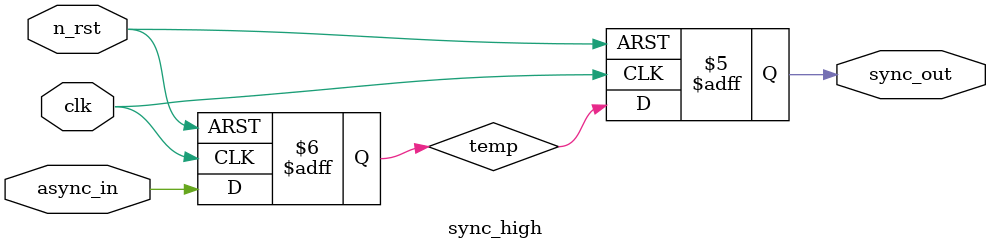
<source format=sv>

module sync_high(
    input logic clk,
    input logic n_rst,
    input logic async_in,
    output logic sync_out
);
logic temp;

    always_ff @ (posedge clk, negedge n_rst)
    begin
        if (n_rst == 1'b0) begin
            temp <= 1'b1;
        end
        else begin
            temp <= async_in;
        end
    end

    always_ff @ (posedge clk, negedge n_rst)
    begin
        if (n_rst == 1'b0) begin
            sync_out <= 1'b1;
        end
        else begin
            sync_out <= temp;
        end
    end


endmodule
</source>
